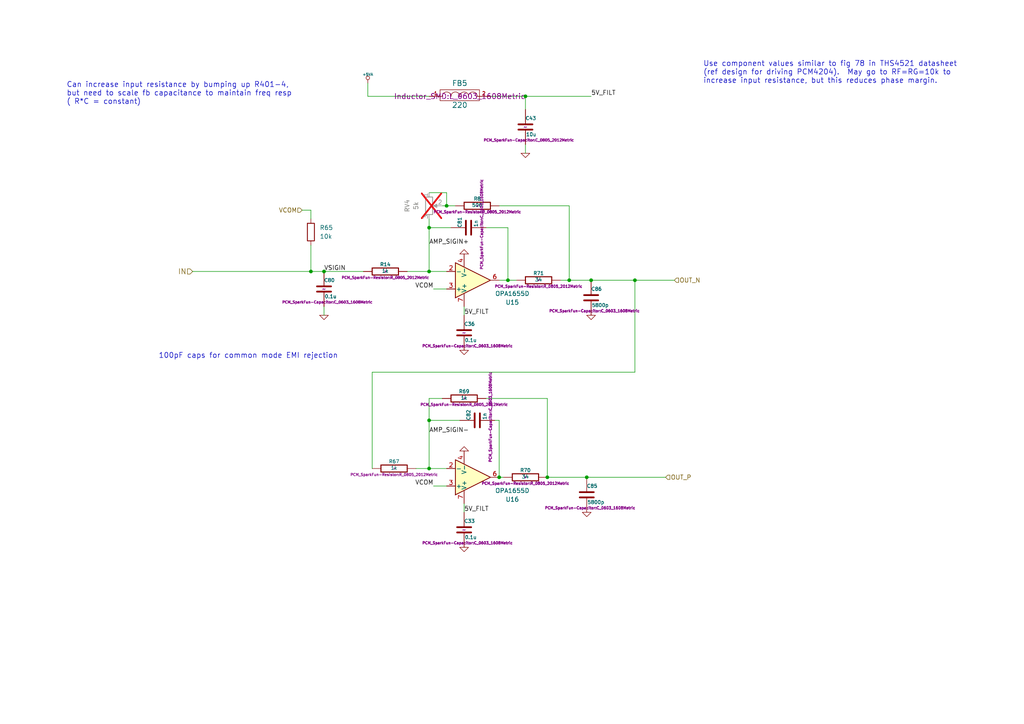
<source format=kicad_sch>
(kicad_sch (version 20250114) (generator "eeschema") (generator_version "9.0")
  (paper "A4")
  (title_block (title "24 bit audio board for Teensy 3.x") (date "10 may 2015") (rev "0.1a") (company "RF William Hollender"))
  (lib_symbols
    (symbol "+5VA_1" (power) (pin_numbers (hide yes)) (pin_names (offset 0))
      (property "Value" "+5VA" (at 0 2.54 0))
      (symbol "+5VA_1_0_0"
        (pin power_in line (at 0 0 90) (length 0) (hide yes) (name "+5VA") (number "1"))
      )
      (symbol "+5VA_1_0_1"
        (circle (center 0 1.524) (radius 0.508))
        (polyline (pts (xy 0 0) (xy 0 1.016) (xy 0 1.016)))
      )
    )
    (symbol "+5VA_2" (power) (pin_numbers (hide yes)) (pin_names (offset 0))
      (property "Value" "+5VA" (at 0 2.54 0))
      (symbol "+5VA_2_0_0"
        (pin power_in line (at 0 0 90) (length 0) (hide yes) (name "+5VA") (number "1"))
      )
      (symbol "+5VA_2_0_1"
        (circle (center 0 1.524) (radius 0.508))
        (polyline (pts (xy 0 0) (xy 0 1.016) (xy 0 1.016)))
      )
    )
    (symbol "Amplifier_Operational:OPA1655D" (pin_names (offset 0.127))
      (property "Reference" "U" (at 0 6.35 0))
      (property "Value" "OPA1655D" (at 0 3.81 0))
      (symbol "OPA1655D_0_1"
        (polyline (pts (xy -5.08 5.08) (xy 5.08 0) (xy -5.08 -5.08) (xy -5.08 5.08)) (stroke (width 0.254)) (fill (type background)))
      )
      (symbol "OPA1655D_1_1"
        (pin input line (at -7.62 2.54 0) (length 2.54) (name "+") (number "3"))
        (pin input line (at -7.62 -2.54 0) (length 2.54) (name "-") (number "2"))
        (pin power_in line (at -2.54 7.62 270) (length 3.81) (name "V+") (number "7"))
        (pin no_connect line (at -2.54 2.54 270) (length 2.54) (hide yes) (name "NC") (number "1"))
        (pin power_in line (at -2.54 -7.62 90) (length 3.81) (name "V-") (number "4"))
        (pin no_connect line (at 0 2.54 270) (length 2.54) (hide yes) (name "NC") (number "5"))
        (pin no_connect line (at 0 -2.54 90) (length 2.54) (hide yes) (name "NC") (number "8"))
        (pin output line (at 7.62 0 180) (length 2.54) (name "~") (number "6"))
      )
    )
    (symbol "C_1" (pin_numbers (hide yes)) (pin_names (offset 0.254))
      (property "Reference" "C" (at 0 2.54 0))
      (property "Value" "C" (at 0.1524 -2.159 0))
      (symbol "C_1_0_1"
        (polyline (pts (xy -2.032 0.762) (xy 2.032 0.762)) (stroke (width 0.508)))
        (polyline (pts (xy -2.032 -0.762) (xy 2.032 -0.762)) (stroke (width 0.508)))
      )
      (symbol "C_1_1_1"
        (pin passive line (at 0 5.08 270) (length 4.318) (name "~") (number "1"))
        (pin passive line (at 0 -5.08 90) (length 4.318) (name "~") (number "2"))
      )
    )
    (symbol "C_10" (pin_numbers (hide yes)) (pin_names (offset 0.254))
      (property "Reference" "C" (at 0 2.54 0))
      (property "Value" "C" (at 0.1524 -2.159 0))
      (symbol "C_10_0_1"
        (polyline (pts (xy -2.032 0.762) (xy 2.032 0.762)) (stroke (width 0.508)))
        (polyline (pts (xy -2.032 -0.762) (xy 2.032 -0.762)) (stroke (width 0.508)))
      )
      (symbol "C_10_1_1"
        (pin passive line (at 0 5.08 270) (length 4.318) (name "~") (number "1"))
        (pin passive line (at 0 -5.08 90) (length 4.318) (name "~") (number "2"))
      )
    )
    (symbol "C_11" (pin_numbers (hide yes)) (pin_names (offset 0.254))
      (property "Reference" "C" (at 0 2.54 0))
      (property "Value" "C" (at 0.1524 -2.159 0))
      (symbol "C_11_0_1"
        (polyline (pts (xy -2.032 0.762) (xy 2.032 0.762)) (stroke (width 0.508)))
        (polyline (pts (xy -2.032 -0.762) (xy 2.032 -0.762)) (stroke (width 0.508)))
      )
      (symbol "C_11_1_1"
        (pin passive line (at 0 5.08 270) (length 4.318) (name "~") (number "1"))
        (pin passive line (at 0 -5.08 90) (length 4.318) (name "~") (number "2"))
      )
    )
    (symbol "C_15" (pin_numbers (hide yes)) (pin_names (offset 0.254))
      (property "Reference" "C" (at 0 2.54 0))
      (property "Value" "C" (at 0.1524 -2.159 0))
      (symbol "C_15_0_1"
        (polyline (pts (xy -2.032 0.762) (xy 2.032 0.762)) (stroke (width 0.508)))
        (polyline (pts (xy -2.032 -0.762) (xy 2.032 -0.762)) (stroke (width 0.508)))
      )
      (symbol "C_15_1_1"
        (pin passive line (at 0 5.08 270) (length 4.318) (name "~") (number "1"))
        (pin passive line (at 0 -5.08 90) (length 4.318) (name "~") (number "2"))
      )
    )
    (symbol "C_16" (pin_numbers (hide yes)) (pin_names (offset 0.254))
      (property "Reference" "C" (at 0 2.54 0))
      (property "Value" "C" (at 0.1524 -2.159 0))
      (symbol "C_16_0_1"
        (polyline (pts (xy -2.032 0.762) (xy 2.032 0.762)) (stroke (width 0.508)))
        (polyline (pts (xy -2.032 -0.762) (xy 2.032 -0.762)) (stroke (width 0.508)))
      )
      (symbol "C_16_1_1"
        (pin passive line (at 0 5.08 270) (length 4.318) (name "~") (number "1"))
        (pin passive line (at 0 -5.08 90) (length 4.318) (name "~") (number "2"))
      )
    )
    (symbol "C_17" (pin_numbers (hide yes)) (pin_names (offset 0.254))
      (property "Reference" "C" (at 0 2.54 0))
      (property "Value" "C" (at 0.1524 -2.159 0))
      (symbol "C_17_0_1"
        (polyline (pts (xy -2.032 0.762) (xy 2.032 0.762)) (stroke (width 0.508)))
        (polyline (pts (xy -2.032 -0.762) (xy 2.032 -0.762)) (stroke (width 0.508)))
      )
      (symbol "C_17_1_1"
        (pin passive line (at 0 5.08 270) (length 4.318) (name "~") (number "1"))
        (pin passive line (at 0 -5.08 90) (length 4.318) (name "~") (number "2"))
      )
    )
    (symbol "C_18" (pin_numbers (hide yes)) (pin_names (offset 0.254))
      (property "Reference" "C" (at 0 2.54 0))
      (property "Value" "C" (at 0.1524 -2.159 0))
      (symbol "C_18_0_1"
        (polyline (pts (xy -2.032 0.762) (xy 2.032 0.762)) (stroke (width 0.508)))
        (polyline (pts (xy -2.032 -0.762) (xy 2.032 -0.762)) (stroke (width 0.508)))
      )
      (symbol "C_18_1_1"
        (pin passive line (at 0 5.08 270) (length 4.318) (name "~") (number "1"))
        (pin passive line (at 0 -5.08 90) (length 4.318) (name "~") (number "2"))
      )
    )
    (symbol "C_2" (pin_numbers (hide yes)) (pin_names (offset 0.254))
      (property "Reference" "C" (at 0 2.54 0))
      (property "Value" "C" (at 0.1524 -2.159 0))
      (symbol "C_2_0_1"
        (polyline (pts (xy -2.032 0.762) (xy 2.032 0.762)) (stroke (width 0.508)))
        (polyline (pts (xy -2.032 -0.762) (xy 2.032 -0.762)) (stroke (width 0.508)))
      )
      (symbol "C_2_1_1"
        (pin passive line (at 0 5.08 270) (length 4.318) (name "~") (number "1"))
        (pin passive line (at 0 -5.08 90) (length 4.318) (name "~") (number "2"))
      )
    )
    (symbol "C_3" (pin_numbers (hide yes)) (pin_names (offset 0.254))
      (property "Reference" "C" (at 0 2.54 0))
      (property "Value" "C" (at 0.1524 -2.159 0))
      (symbol "C_3_0_1"
        (polyline (pts (xy -2.032 0.762) (xy 2.032 0.762)) (stroke (width 0.508)))
        (polyline (pts (xy -2.032 -0.762) (xy 2.032 -0.762)) (stroke (width 0.508)))
      )
      (symbol "C_3_1_1"
        (pin passive line (at 0 5.08 270) (length 4.318) (name "~") (number "1"))
        (pin passive line (at 0 -5.08 90) (length 4.318) (name "~") (number "2"))
      )
    )
    (symbol "C_4" (pin_numbers (hide yes)) (pin_names (offset 0.254))
      (property "Reference" "C" (at 0 2.54 0))
      (property "Value" "C" (at 0.1524 -2.159 0))
      (symbol "C_4_0_1"
        (polyline (pts (xy -2.032 0.762) (xy 2.032 0.762)) (stroke (width 0.508)))
        (polyline (pts (xy -2.032 -0.762) (xy 2.032 -0.762)) (stroke (width 0.508)))
      )
      (symbol "C_4_1_1"
        (pin passive line (at 0 5.08 270) (length 4.318) (name "~") (number "1"))
        (pin passive line (at 0 -5.08 90) (length 4.318) (name "~") (number "2"))
      )
    )
    (symbol "C_5" (pin_numbers (hide yes)) (pin_names (offset 0.254))
      (property "Reference" "C" (at 0 2.54 0))
      (property "Value" "C" (at 0.1524 -2.159 0))
      (symbol "C_5_0_1"
        (polyline (pts (xy -2.032 0.762) (xy 2.032 0.762)) (stroke (width 0.508)))
        (polyline (pts (xy -2.032 -0.762) (xy 2.032 -0.762)) (stroke (width 0.508)))
      )
      (symbol "C_5_1_1"
        (pin passive line (at 0 5.08 270) (length 4.318) (name "~") (number "1"))
        (pin passive line (at 0 -5.08 90) (length 4.318) (name "~") (number "2"))
      )
    )
    (symbol "C_6" (pin_numbers (hide yes)) (pin_names (offset 0.254))
      (property "Reference" "C" (at 0 2.54 0))
      (property "Value" "C" (at 0.1524 -2.159 0))
      (symbol "C_6_0_1"
        (polyline (pts (xy -2.032 0.762) (xy 2.032 0.762)) (stroke (width 0.508)))
        (polyline (pts (xy -2.032 -0.762) (xy 2.032 -0.762)) (stroke (width 0.508)))
      )
      (symbol "C_6_1_1"
        (pin passive line (at 0 5.08 270) (length 4.318) (name "~") (number "1"))
        (pin passive line (at 0 -5.08 90) (length 4.318) (name "~") (number "2"))
      )
    )
    (symbol "C_7" (pin_numbers (hide yes)) (pin_names (offset 0.254))
      (property "Reference" "C" (at 0 2.54 0))
      (property "Value" "C" (at 0.1524 -2.159 0))
      (symbol "C_7_0_1"
        (polyline (pts (xy -2.032 0.762) (xy 2.032 0.762)) (stroke (width 0.508)))
        (polyline (pts (xy -2.032 -0.762) (xy 2.032 -0.762)) (stroke (width 0.508)))
      )
      (symbol "C_7_1_1"
        (pin passive line (at 0 5.08 270) (length 4.318) (name "~") (number "1"))
        (pin passive line (at 0 -5.08 90) (length 4.318) (name "~") (number "2"))
      )
    )
    (symbol "C_8" (pin_numbers (hide yes)) (pin_names (offset 0.254))
      (property "Reference" "C" (at 0 2.54 0))
      (property "Value" "C" (at 0.1524 -2.159 0))
      (symbol "C_8_0_1"
        (polyline (pts (xy -2.032 0.762) (xy 2.032 0.762)) (stroke (width 0.508)))
        (polyline (pts (xy -2.032 -0.762) (xy 2.032 -0.762)) (stroke (width 0.508)))
      )
      (symbol "C_8_1_1"
        (pin passive line (at 0 5.08 270) (length 4.318) (name "~") (number "1"))
        (pin passive line (at 0 -5.08 90) (length 4.318) (name "~") (number "2"))
      )
    )
    (symbol "C_9" (pin_numbers (hide yes)) (pin_names (offset 0.254))
      (property "Reference" "C" (at 0 2.54 0))
      (property "Value" "C" (at 0.1524 -2.159 0))
      (symbol "C_9_0_1"
        (polyline (pts (xy -2.032 0.762) (xy 2.032 0.762)) (stroke (width 0.508)))
        (polyline (pts (xy -2.032 -0.762) (xy 2.032 -0.762)) (stroke (width 0.508)))
      )
      (symbol "C_9_1_1"
        (pin passive line (at 0 5.08 270) (length 4.318) (name "~") (number "1"))
        (pin passive line (at 0 -5.08 90) (length 4.318) (name "~") (number "2"))
      )
    )
    (symbol "Device:R" (pin_numbers (hide yes)) (pin_names (offset 0))
      (property "Reference" "R" (at 2.032 0 90))
      (property "Value" "R" (at 0 0 90))
      (symbol "R_0_1"
        (rectangle (start -1.016 -2.54) (end 1.016 2.54) (stroke (width 0.254)))
      )
      (symbol "R_1_1"
        (pin passive line (at 0 3.81 270) (length 1.27) (name "~") (number "1"))
        (pin passive line (at 0 -3.81 90) (length 1.27) (name "~") (number "2"))
      )
    )
    (symbol "Device:R_Potentiometer" (pin_names (offset 1.016) (hide yes))
      (property "Reference" "RV" (at -4.445 0 90))
      (property "Value" "R_Potentiometer" (at -2.54 0 90))
      (symbol "R_Potentiometer_0_1"
        (rectangle (start 1.016 2.54) (end -1.016 -2.54) (stroke (width 0.254)))
        (polyline (pts (xy 1.143 0) (xy 2.286 0.508) (xy 2.286 -0.508) (xy 1.143 0)) (fill (type outline)))
        (polyline (pts (xy 2.54 0) (xy 1.524 0)))
      )
      (symbol "R_Potentiometer_1_1"
        (pin passive line (at 0 3.81 270) (length 1.27) (name "1") (number "1"))
        (pin passive line (at 0 -3.81 90) (length 1.27) (name "3") (number "3"))
        (pin passive line (at 3.81 0 180) (length 1.27) (name "2") (number "2"))
      )
    )
    (symbol "FILTER_1" (pin_names (offset 1.016) (hide yes))
      (property "Reference" "FB" (at 0 3.81 0))
      (property "Value" "FILTER" (at 0 -2.54 0))
      (symbol "FILTER_1_0_1"
        (rectangle (start -5.715 1.905) (end 5.715 -1.27))
        (arc (start -5.08 0) (mid -3.81 1.27) (end -2.54 0))
        (arc (start -2.54 0) (mid -1.27 1.27) (end 0 0))
        (arc (start 0 0) (mid 0 0) (end 0 0))
        (arc (start 0 0) (mid 1.27 1.27) (end 2.54 0))
        (arc (start 2.54 0) (mid 3.81 1.27) (end 5.08 0))
      )
      (symbol "FILTER_1_1_1"
        (pin passive line (at -8.89 0 0) (length 3.81) (name "1") (number "1"))
        (pin passive line (at 8.89 0 180) (length 3.81) (name "2") (number "2"))
      )
    )
    (symbol "FILTER_2" (pin_names (offset 1.016) (hide yes))
      (property "Reference" "FB" (at 0 3.81 0))
      (property "Value" "FILTER" (at 0 -2.54 0))
      (symbol "FILTER_2_0_1"
        (rectangle (start -5.715 1.905) (end 5.715 -1.27))
        (arc (start -5.08 0) (mid -3.81 1.27) (end -2.54 0))
        (arc (start -2.54 0) (mid -1.27 1.27) (end 0 0))
        (arc (start 0 0) (mid 0 0) (end 0 0))
        (arc (start 0 0) (mid 1.27 1.27) (end 2.54 0))
        (arc (start 2.54 0) (mid 3.81 1.27) (end 5.08 0))
      )
      (symbol "FILTER_2_1_1"
        (pin passive line (at -8.89 0 0) (length 3.81) (name "1") (number "1"))
        (pin passive line (at 8.89 0 180) (length 3.81) (name "2") (number "2"))
      )
    )
    (symbol "GND_1" (power) (pin_names (offset 0))
      (symbol "GND_1_0_1"
        (polyline (pts (xy -1.27 0) (xy 0 -1.27) (xy 1.27 0) (xy -1.27 0)))
      )
      (symbol "GND_1_1_1"
        (pin power_in line (at 0 0 90) (length 0) (hide yes) (name "GND") (number "1"))
      )
    )
    (symbol "GND_10" (power) (pin_names (offset 0))
      (symbol "GND_10_0_1"
        (polyline (pts (xy -1.27 0) (xy 0 -1.27) (xy 1.27 0) (xy -1.27 0)))
      )
      (symbol "GND_10_1_1"
        (pin power_in line (at 0 0 90) (length 0) (hide yes) (name "GND") (number "1"))
      )
    )
    (symbol "GND_13" (power) (pin_names (offset 0))
      (symbol "GND_13_0_1"
        (polyline (pts (xy -1.27 0) (xy 0 -1.27) (xy 1.27 0) (xy -1.27 0)))
      )
      (symbol "GND_13_1_1"
        (pin power_in line (at 0 0 90) (length 0) (hide yes) (name "GND") (number "1"))
      )
    )
    (symbol "GND_14" (power) (pin_names (offset 0))
      (symbol "GND_14_0_1"
        (polyline (pts (xy -1.27 0) (xy 0 -1.27) (xy 1.27 0) (xy -1.27 0)))
      )
      (symbol "GND_14_1_1"
        (pin power_in line (at 0 0 90) (length 0) (hide yes) (name "GND") (number "1"))
      )
    )
    (symbol "GND_2" (power) (pin_names (offset 0))
      (symbol "GND_2_0_1"
        (polyline (pts (xy -1.27 0) (xy 0 -1.27) (xy 1.27 0) (xy -1.27 0)))
      )
      (symbol "GND_2_1_1"
        (pin power_in line (at 0 0 90) (length 0) (hide yes) (name "GND") (number "1"))
      )
    )
    (symbol "GND_3" (power) (pin_names (offset 0))
      (symbol "GND_3_0_1"
        (polyline (pts (xy -1.27 0) (xy 0 -1.27) (xy 1.27 0) (xy -1.27 0)))
      )
      (symbol "GND_3_1_1"
        (pin power_in line (at 0 0 90) (length 0) (hide yes) (name "GND") (number "1"))
      )
    )
    (symbol "GND_4" (power) (pin_names (offset 0))
      (symbol "GND_4_0_1"
        (polyline (pts (xy -1.27 0) (xy 0 -1.27) (xy 1.27 0) (xy -1.27 0)))
      )
      (symbol "GND_4_1_1"
        (pin power_in line (at 0 0 90) (length 0) (hide yes) (name "GND") (number "1"))
      )
    )
    (symbol "GND_5" (power) (pin_names (offset 0))
      (symbol "GND_5_0_1"
        (polyline (pts (xy -1.27 0) (xy 0 -1.27) (xy 1.27 0) (xy -1.27 0)))
      )
      (symbol "GND_5_1_1"
        (pin power_in line (at 0 0 90) (length 0) (hide yes) (name "GND") (number "1"))
      )
    )
    (symbol "GND_6" (power) (pin_names (offset 0))
      (symbol "GND_6_0_1"
        (polyline (pts (xy -1.27 0) (xy 0 -1.27) (xy 1.27 0) (xy -1.27 0)))
      )
      (symbol "GND_6_1_1"
        (pin power_in line (at 0 0 90) (length 0) (hide yes) (name "GND") (number "1"))
      )
    )
    (symbol "GND_7" (power) (pin_names (offset 0))
      (symbol "GND_7_0_1"
        (polyline (pts (xy -1.27 0) (xy 0 -1.27) (xy 1.27 0) (xy -1.27 0)))
      )
      (symbol "GND_7_1_1"
        (pin power_in line (at 0 0 90) (length 0) (hide yes) (name "GND") (number "1"))
      )
    )
    (symbol "R_1" (pin_numbers (hide yes)) (pin_names (offset 0))
      (property "Reference" "R" (at 2.032 0 90))
      (property "Value" "R" (at 0.1778 0.0254 90))
      (symbol "R_1_0_1"
        (rectangle (start -1.016 3.81) (end 1.016 -3.81) (stroke (width 0.3048)))
      )
      (symbol "R_1_1_1"
        (pin passive line (at 0 6.35 270) (length 2.54) (name "~") (number "1"))
        (pin passive line (at 0 -6.35 90) (length 2.54) (name "~") (number "2"))
      )
    )
    (symbol "R_11" (pin_numbers (hide yes)) (pin_names (offset 0))
      (property "Reference" "R" (at 2.032 0 90))
      (property "Value" "R" (at 0.1778 0.0254 90))
      (symbol "R_11_0_1"
        (rectangle (start -1.016 3.81) (end 1.016 -3.81) (stroke (width 0.3048)))
      )
      (symbol "R_11_1_1"
        (pin passive line (at 0 6.35 270) (length 2.54) (name "~") (number "1"))
        (pin passive line (at 0 -6.35 90) (length 2.54) (name "~") (number "2"))
      )
    )
    (symbol "R_2" (pin_numbers (hide yes)) (pin_names (offset 0))
      (property "Reference" "R" (at 2.032 0 90))
      (property "Value" "R" (at 0.1778 0.0254 90))
      (symbol "R_2_0_1"
        (rectangle (start -1.016 3.81) (end 1.016 -3.81) (stroke (width 0.3048)))
      )
      (symbol "R_2_1_1"
        (pin passive line (at 0 6.35 270) (length 2.54) (name "~") (number "1"))
        (pin passive line (at 0 -6.35 90) (length 2.54) (name "~") (number "2"))
      )
    )
    (symbol "R_3" (pin_numbers (hide yes)) (pin_names (offset 0))
      (property "Reference" "R" (at 2.032 0 90))
      (property "Value" "R" (at 0.1778 0.0254 90))
      (symbol "R_3_0_1"
        (rectangle (start -1.016 3.81) (end 1.016 -3.81) (stroke (width 0.3048)))
      )
      (symbol "R_3_1_1"
        (pin passive line (at 0 6.35 270) (length 2.54) (name "~") (number "1"))
        (pin passive line (at 0 -6.35 90) (length 2.54) (name "~") (number "2"))
      )
    )
    (symbol "R_4" (pin_numbers (hide yes)) (pin_names (offset 0))
      (property "Reference" "R" (at 2.032 0 90))
      (property "Value" "R" (at 0.1778 0.0254 90))
      (symbol "R_4_0_1"
        (rectangle (start -1.016 3.81) (end 1.016 -3.81) (stroke (width 0.3048)))
      )
      (symbol "R_4_1_1"
        (pin passive line (at 0 6.35 270) (length 2.54) (name "~") (number "1"))
        (pin passive line (at 0 -6.35 90) (length 2.54) (name "~") (number "2"))
      )
    )
    (symbol "R_5" (pin_numbers (hide yes)) (pin_names (offset 0))
      (property "Reference" "R" (at 2.032 0 90))
      (property "Value" "R" (at 0.1778 0.0254 90))
      (symbol "R_5_0_1"
        (rectangle (start -1.016 3.81) (end 1.016 -3.81) (stroke (width 0.3048)))
      )
      (symbol "R_5_1_1"
        (pin passive line (at 0 6.35 270) (length 2.54) (name "~") (number "1"))
        (pin passive line (at 0 -6.35 90) (length 2.54) (name "~") (number "2"))
      )
    )
    (symbol "R_6" (pin_numbers (hide yes)) (pin_names (offset 0))
      (property "Reference" "R" (at 2.032 0 90))
      (property "Value" "R" (at 0.1778 0.0254 90))
      (symbol "R_6_0_1"
        (rectangle (start -1.016 3.81) (end 1.016 -3.81) (stroke (width 0.3048)))
      )
      (symbol "R_6_1_1"
        (pin passive line (at 0 6.35 270) (length 2.54) (name "~") (number "1"))
        (pin passive line (at 0 -6.35 90) (length 2.54) (name "~") (number "2"))
      )
    )
    (symbol "R_9" (pin_numbers (hide yes)) (pin_names (offset 0))
      (property "Reference" "R" (at 2.032 0 90))
      (property "Value" "R" (at 0.1778 0.0254 90))
      (symbol "R_9_0_1"
        (rectangle (start -1.016 3.81) (end 1.016 -3.81) (stroke (width 0.3048)))
      )
      (symbol "R_9_1_1"
        (pin passive line (at 0 6.35 270) (length 2.54) (name "~") (number "1"))
        (pin passive line (at 0 -6.35 90) (length 2.54) (name "~") (number "2"))
      )
    )
    (symbol "THS4521_1" (pin_names (offset 1.016))
      (property "Reference" "U" (at 6.35 10.16 0))
      (property "Value" "THS4521" (at 7.62 -8.89 0))
      (symbol "THS4521_1_0_1"
        (polyline (pts (xy -10.16 12.7) (xy -10.16 -12.7) (xy 19.05 0) (xy -10.16 12.7)))
      )
      (symbol "THS4521_1_1_1"
        (pin input line (at -17.78 5.08 0) (length 7.62) (name "INP") (number "8"))
        (pin input line (at -17.78 -5.08 0) (length 7.62) (name "INN") (number "1"))
        (pin power_in line (at -3.81 17.78 270) (length 7.62) (name "VCC") (number "3"))
        (pin power_in line (at -3.81 -17.78 90) (length 7.62) (name "VSS") (number "6"))
        (pin input line (at 0 16.51 270) (length 7.62) (name "~{PD}") (number "7"))
        (pin input line (at 0 -16.51 90) (length 7.62) (name "VOCM") (number "2"))
        (pin output inverted (at 16.51 5.08 180) (length 7.62) (name "OUTN") (number "5"))
        (pin output line (at 16.51 -5.08 180) (length 7.62) (name "OUTP") (number "4"))
      )
    )
  )
  (text "Use component values similar to fig 78 in THS4521 datasheet\n(ref design for driving PCM4204).  May go to RF=RG=10k to \nincrease input resistance, but this reduces phase margin." (at 203.962 24.384 0) (effects (font (size 1.524 1.524)) (justify left bottom)))
  (text "100pF caps for common mode EMI rejection" (at 45.974 104.14 0) (effects (font (size 1.524 1.524)) (justify left bottom)))
  (text "Can increase input resistance by bumping up R401-4,\nbut need to scale fb capacitance to maintain freq resp\n( R*C = constant)" (at 19.304 30.48 0) (effects (font (size 1.524 1.524)) (justify left bottom)))
  (junction (at 170.18 138.43))
  (junction (at 124.46 121.92))
  (junction (at 184.15 81.28))
  (junction (at 147.32 81.28))
  (junction (at 158.75 138.43))
  (junction (at 165.1 81.28))
  (junction (at 124.46 66.04))
  (junction (at 124.46 135.89))
  (junction (at 90.17 78.74))
  (junction (at 171.45 81.28))
  (junction (at 93.98 78.74))
  (junction (at 152.4 27.94))
  (junction (at 124.46 78.74))
  (junction (at 129.54 59.69))
  (junction (at 144.78 138.43))
  (wire (pts (xy 124.46 78.74) (xy 129.54 78.74)))
  (wire (pts (xy 142.24 27.94) (xy 152.4 27.94)))
  (wire (pts (xy 124.46 55.88) (xy 129.54 55.88)))
  (wire (pts (xy 90.17 71.12) (xy 90.17 78.74)))
  (wire (pts (xy 134.62 148.59) (xy 134.62 146.05)))
  (wire (pts (xy 171.45 81.28) (xy 184.15 81.28)))
  (wire (pts (xy 129.54 59.69) (xy 132.08 59.69)))
  (wire (pts (xy 158.75 115.57) (xy 158.75 138.43)))
  (wire (pts (xy 144.78 59.69) (xy 165.1 59.69)))
  (wire (pts (xy 90.17 60.96) (xy 90.17 63.5)))
  (wire (pts (xy 90.17 78.74) (xy 93.98 78.74)))
  (wire (pts (xy 128.27 59.69) (xy 129.54 59.69)))
  (wire (pts (xy 140.97 66.04) (xy 147.32 66.04)))
  (wire (pts (xy 152.4 27.94) (xy 171.45 27.94)))
  (wire (pts (xy 170.18 138.43) (xy 193.04 138.43)))
  (wire (pts (xy 140.97 115.57) (xy 158.75 115.57)))
  (wire (pts (xy 124.46 63.5) (xy 124.46 66.04)))
  (wire (pts (xy 152.4 41.91) (xy 152.4 44.45)))
  (wire (pts (xy 152.4 31.75) (xy 152.4 27.94)))
  (wire (pts (xy 125.73 83.82) (xy 129.54 83.82)))
  (wire (pts (xy 147.32 81.28) (xy 149.86 81.28)))
  (wire (pts (xy 120.65 135.89) (xy 124.46 135.89)))
  (wire (pts (xy 144.78 138.43) (xy 146.05 138.43)))
  (wire (pts (xy 162.56 81.28) (xy 165.1 81.28)))
  (wire (pts (xy 125.73 140.97) (xy 129.54 140.97)))
  (wire (pts (xy 129.54 55.88) (xy 129.54 59.69)))
  (wire (pts (xy 106.68 27.94) (xy 124.46 27.94)))
  (wire (pts (xy 165.1 81.28) (xy 171.45 81.28)))
  (wire (pts (xy 124.46 121.92) (xy 124.46 135.89)))
  (wire (pts (xy 93.98 88.9) (xy 93.98 91.44)))
  (wire (pts (xy 184.15 81.28) (xy 195.58 81.28)))
  (wire (pts (xy 147.32 66.04) (xy 147.32 81.28)))
  (wire (pts (xy 130.81 66.04) (xy 124.46 66.04)))
  (wire (pts (xy 158.75 138.43) (xy 170.18 138.43)))
  (wire (pts (xy 106.68 24.13) (xy 106.68 27.94)))
  (wire (pts (xy 107.95 135.89) (xy 107.95 107.95)))
  (wire (pts (xy 107.95 107.95) (xy 184.15 107.95)))
  (wire (pts (xy 124.46 115.57) (xy 128.27 115.57)))
  (wire (pts (xy 165.1 59.69) (xy 165.1 81.28)))
  (wire (pts (xy 118.11 78.74) (xy 124.46 78.74)))
  (wire (pts (xy 124.46 115.57) (xy 124.46 121.92)))
  (wire (pts (xy 55.88 78.74) (xy 90.17 78.74)))
  (wire (pts (xy 144.78 121.92) (xy 144.78 138.43)))
  (wire (pts (xy 93.98 78.74) (xy 105.41 78.74)))
  (wire (pts (xy 134.62 91.44) (xy 134.62 88.9)))
  (wire (pts (xy 124.46 66.04) (xy 124.46 78.74)))
  (wire (pts (xy 144.78 81.28) (xy 147.32 81.28)))
  (wire (pts (xy 87.63 60.96) (xy 90.17 60.96)))
  (wire (pts (xy 184.15 107.95) (xy 184.15 81.28)))
  (wire (pts (xy 143.51 121.92) (xy 144.78 121.92)))
  (wire (pts (xy 124.46 121.92) (xy 133.35 121.92)))
  (wire (pts (xy 124.46 135.89) (xy 129.54 135.89)))
  (label "AMP_SIGIN-" (at 124.46 125.73 0))
  (label "5V_FILT" (at 134.62 91.44 0))
  (label "5V_FILT" (at 171.45 27.94 0))
  (label "AMP_SIGIN+" (at 124.46 71.12 0))
  (label "VCOM" (at 125.73 140.97 180))
  (label "VSIGIN" (at 93.98 78.74 0))
  (label "VCOM" (at 125.73 83.82 180))
  (label "5V_FILT" (at 134.62 148.59 0))
  (hierarchical_label "VCOM" (shape input) (at 87.63 60.96 180))
  (hierarchical_label "IN" (shape input) (at 55.88 78.74 180) (effects (font (size 1.524 1.524))))
  (hierarchical_label "OUT_N" (shape input) (at 195.58 81.28 0))
  (hierarchical_label "OUT_P" (shape input) (at 193.04 138.43 0))
  (symbol (lib_name "+5VA_2") (lib_id "SuperAudioBoard-rescue:+5VA") (at 106.68 24.13 0) (unit 1)
    (property "Reference" "#PWR041" (effects (hide yes)))
    (property "Value" "+5VA" (at 106.68 21.59 0) (effects (font (size 0.762 0.762))))
    (instances (project "" (path "" (reference "#PWR041") (unit 1)) (path "" (reference "#PWR053") (unit 1))))
  )
  (symbol (lib_name "GND_14") (lib_id "SuperAudioBoard-rescue:GND") (at 152.4 44.45 0) (unit 1)
    (property "Reference" "#PWR048" (effects (hide yes)))
    (property "Value" "GND" (effects (hide yes)))
    (instances (project "" (path "" (reference "#PWR048") (unit 1)) (path "" (reference "#PWR060") (unit 1))))
  )
  (symbol (lib_name "FILTER_2") (lib_id "SuperAudioBoard-rescue:FILTER") (at 133.35 27.94 0) (unit 1)
    (property "Reference" "FB5" (at 133.35 24.13 0) (effects (font (size 1.524 1.524))))
    (property "Value" "220" (at 133.35 30.48 0) (effects (font (size 1.524 1.524))))
    (property "Footprint" "Inductor_SMD:L_0603_1608Metric" (at 133.35 27.94 0) (effects (font (size 1.524 1.524))))
    (property "Datasheet" "~" (at 133.35 27.94 0) (effects (font (size 1.524 1.524))))
    (property "MFG 1 Name" "Murata" (effects (hide yes)))
    (property "MFG1 PN" "BLM18AG221SN1" (effects (hide yes)))
    (property "MFG 2 Name" "TDK" (effects (hide yes)))
    (property "MFG 2 PN" "MMZ1608B221CTAH0" (effects (hide yes)))
    (property "Sim.Device" "L" (effects (hide yes)))
    (property "Sim.Pins" "1=+ 2=-" (effects (hide yes)))
    (property "Sim.Params" "l=0.360u" (effects (hide yes)))
    (property "MPN" "MMZ1608B221CTAH0 " (effects (hide yes)))
    (instances (project "" (path "" (reference "FB5") (unit 1)) (path "" (reference "FB6") (unit 1))))
  )
  (symbol (lib_name "C_17") (lib_id "SuperAudioBoard-rescue:C") (at 152.4 36.83 0) (unit 1)
    (property "Reference" "C43" (at 152.4 34.29 0) (effects (font (size 1.016 1.016)) (justify left)))
    (property "Value" "10u" (at 152.5524 38.989 0) (effects (font (size 1.016 1.016)) (justify left)))
    (property "Footprint" "PCM_SparkFun-Capacitor:C_0805_2012Metric" (at 153.3652 40.64 0) (effects (font (size 0.762 0.762))))
    (property "Datasheet" "~" (at 152.4 36.83 0) (effects (font (size 1.524 1.524))))
    (property "MFG 1 Name" "Murata" (effects (hide yes)))
    (property "MFG1 PN" "GRM32DR71E106KA12" (effects (hide yes)))
    (property "MFG 2 Name" "TDK" (effects (hide yes)))
    (property "MFG 2 PN" "C3225X7R1E106K250AC" (effects (hide yes)))
    (property "MPN" "CL21A106KAYNNNG" (effects (hide yes)))
    (property "Voltage" "25V" (effects (hide yes)))
    (instances (project "" (path "" (reference "C43") (unit 1)) (path "" (reference "C52") (unit 1))))
  )
  (symbol (lib_id "Device:R") (at 90.17 67.31 0) (unit 1)
    (property "Reference" "R65" (at 92.71 66.0399 0) (effects (justify left)))
    (property "Value" "10k" (at 92.71 68.5799 0) (effects (justify left)))
    (property "Footprint" "PCM_SparkFun-Resistor:R_0805_2012Metric" (effects (hide yes)))
    (property "Description" "Resistor" (effects (hide yes)))
    (property "MPN" "CRCW080510K0FKEA" (effects (hide yes)))
    (instances (project "SuperAudioBoard" (path "" (reference "R65") (unit 1)) (path "" (reference "R74") (unit 1))))
  )
  (symbol (lib_name "R_9") (lib_id "SuperAudioBoard-rescue:R") (at 114.3 135.89 90) (unit 1)
    (property "Reference" "R67" (at 114.3 133.858 90) (effects (font (size 1.016 1.016))))
    (property "Value" "1k" (at 114.2746 135.7122 90) (effects (font (size 1.016 1.016))))
    (property "Footprint" "PCM_SparkFun-Resistor:R_0805_2012Metric" (at 114.3 137.668 90) (effects (font (size 0.762 0.762))))
    (property "Datasheet" "~" (at 114.3 135.89 0) (effects (font (size 0.762 0.762))))
    (property "MFG 1 Name" "Susumu" (effects (hide yes)))
    (property "MFG1 PN" "RG2012P-102-B-T5" (effects (hide yes)))
    (property "MFG 2 Name" "Vishay Dale" (effects (hide yes)))
    (property "MFG 2 PN" "TNPW08051K00BEEA" (effects (hide yes)))
    (property "MPN" "ERA-6AEB102V" (effects (hide yes)))
    (instances (project "SuperAudioBoard" (path "" (reference "R67") (unit 1)) (path "" (reference "R76") (unit 1))))
  )
  (symbol (lib_name "C_16") (lib_id "SuperAudioBoard-rescue:C") (at 134.62 96.52 0) (unit 1)
    (property "Reference" "C36" (at 134.62 93.98 0) (effects (font (size 1.016 1.016)) (justify left)))
    (property "Value" "0.1u" (at 134.7724 98.679 0) (effects (font (size 1.016 1.016)) (justify left)))
    (property "Footprint" "PCM_SparkFun-Capacitor:C_0603_1608Metric" (at 135.5852 100.33 0) (effects (font (size 0.762 0.762))))
    (property "Datasheet" "~" (at 134.62 96.52 0) (effects (font (size 1.524 1.524))))
    (property "MFG 1 Name" "Murata" (effects (hide yes)))
    (property "MFG1 PN" "GRM188R71E104KA01" (effects (hide yes)))
    (property "MFG 2 Name" "TDK" (effects (hide yes)))
    (property "MFG 2 PN" "C1608X7R1E104K080AA" (effects (hide yes)))
    (property "MPN" "CL10B104KB8NNNL" (effects (hide yes)))
    (instances (project "SuperAudioBoard" (path "" (reference "C36") (unit 1)) (path "" (reference "C37") (unit 1))))
  )
  (symbol (lib_name "GND_13") (lib_id "SuperAudioBoard-rescue:GND") (at 134.62 158.75 0) (unit 1)
    (property "Reference" "#PWR074" (effects (hide yes)))
    (property "Value" "GND" (effects (hide yes)))
    (instances (project "SuperAudioBoard" (path "" (reference "#PWR074") (unit 1)) (path "" (reference "#PWR075") (unit 1))))
  )
  (symbol (lib_id "Device:R_Potentiometer") (at 124.46 59.69 0) (unit 1) (dnp yes)
    (property "Reference" "RV4" (at 118.11 59.69 90))
    (property "Value" "5k" (at 120.65 59.69 90))
    (property "Footprint" "Potentiometer_THT:Potentiometer_Alps_RK163_Single_Horizontal" (effects (hide yes)))
    (property "Description" "Potentiometer" (effects (hide yes)))
    (property "MPN" "RV16AF-10-15K-C5K-3LA " (effects (hide yes)))
    (instances (project "SuperAudioBoard" (path "" (reference "RV4") (unit 1)) (path "" (reference "RV5") (unit 1))))
  )
  (symbol (lib_name "C_16") (lib_id "SuperAudioBoard-rescue:C") (at 134.62 153.67 0) (unit 1)
    (property "Reference" "C33" (at 134.62 151.13 0) (effects (font (size 1.016 1.016)) (justify left)))
    (property "Value" "0.1u" (at 134.7724 155.829 0) (effects (font (size 1.016 1.016)) (justify left)))
    (property "Footprint" "PCM_SparkFun-Capacitor:C_0603_1608Metric" (at 135.5852 157.48 0) (effects (font (size 0.762 0.762))))
    (property "Datasheet" "~" (at 134.62 153.67 0) (effects (font (size 1.524 1.524))))
    (property "MFG 1 Name" "Murata" (effects (hide yes)))
    (property "MFG1 PN" "GRM188R71E104KA01" (effects (hide yes)))
    (property "MFG 2 Name" "TDK" (effects (hide yes)))
    (property "MFG 2 PN" "C1608X7R1E104K080AA" (effects (hide yes)))
    (property "MPN" "CL10B104KB8NNNL" (effects (hide yes)))
    (instances (project "SuperAudioBoard" (path "" (reference "C33") (unit 1)) (path "" (reference "C35") (unit 1))))
  )
  (symbol (lib_name "GND_14") (lib_id "SuperAudioBoard-rescue:GND") (at 134.62 130.81 180) (unit 1)
    (property "Reference" "#PWR097" (effects (hide yes)))
    (property "Value" "GND" (effects (hide yes)))
    (instances (project "SuperAudioBoard" (path "" (reference "#PWR097") (unit 1)) (path "" (reference "#PWR0110") (unit 1))))
  )
  (symbol (lib_name "R_9") (lib_id "SuperAudioBoard-rescue:R") (at 111.76 78.74 90) (unit 1)
    (property "Reference" "R14" (at 111.76 76.708 90) (effects (font (size 1.016 1.016))))
    (property "Value" "1k" (at 111.7346 78.5622 90) (effects (font (size 1.016 1.016))))
    (property "Footprint" "PCM_SparkFun-Resistor:R_0805_2012Metric" (at 111.76 80.518 90) (effects (font (size 0.762 0.762))))
    (property "Datasheet" "~" (at 111.76 78.74 0) (effects (font (size 0.762 0.762))))
    (property "MFG 1 Name" "Susumu" (effects (hide yes)))
    (property "MFG1 PN" "RG2012P-102-B-T5" (effects (hide yes)))
    (property "MFG 2 Name" "Vishay Dale" (effects (hide yes)))
    (property "MFG 2 PN" "TNPW08051K00BEEA" (effects (hide yes)))
    (property "MPN" "ERA-6AEB102V" (effects (hide yes)))
    (instances (project "SuperAudioBoard" (path "" (reference "R14") (unit 1)) (path "" (reference "R15") (unit 1))))
  )
  (symbol (lib_name "C_18") (lib_id "SuperAudioBoard-rescue:C") (at 135.89 66.04 90) (unit 1)
    (property "Reference" "C81" (at 133.35 66.04 0) (effects (font (size 1.016 1.016)) (justify left)))
    (property "Value" "1n" (at 138.049 65.8876 0) (effects (font (size 1.016 1.016)) (justify left)))
    (property "Footprint" "PCM_SparkFun-Capacitor:C_0603_1608Metric" (at 139.7 65.0748 0) (effects (font (size 0.762 0.762))))
    (property "MFG 1 Name" "Murata" (effects (hide yes)))
    (property "MFG1 PN" "GRM2165C1H102FA01D" (effects (hide yes)))
    (property "MFG 2 Name" "Kemet" (effects (hide yes)))
    (property "MFG 2 PN" "C0805C102F5GACTU" (effects (hide yes)))
    (property "MFG 3 Name" "AVX" (effects (hide yes)))
    (property "MFG 3 PN" "08055A102FAT2A" (effects (hide yes)))
    (property "MPN" "GRM1885C1H102JA01D" (effects (hide yes)))
    (instances (project "SuperAudioBoard" (path "" (reference "C81") (unit 1)) (path "" (reference "C91") (unit 1))))
  )
  (symbol (lib_name "C_11") (lib_id "SuperAudioBoard-rescue:C") (at 170.18 143.51 0) (unit 1)
    (property "Reference" "C85" (at 170.18 140.97 0) (effects (font (size 1.016 1.016)) (justify left)))
    (property "Value" "5800p" (at 170.3324 145.669 0) (effects (font (size 1.016 1.016)) (justify left)))
    (property "Footprint" "PCM_SparkFun-Capacitor:C_0603_1608Metric" (at 171.1452 147.32 0) (effects (font (size 0.762 0.762))))
    (property "MFG 1 Name" "Murata" (effects (hide yes)))
    (property "MFG1 PN" "GRM2165C1H272JA01D" (effects (hide yes)))
    (property "MFG 2 Name" "TDK" (effects (hide yes)))
    (property "MFG 2 PN" "C2012NP01H272J060AA" (effects (hide yes)))
    (property "MPN" "GCM1885C1H562GA16D" (effects (hide yes)))
    (instances (project "SuperAudioBoard" (path "" (reference "C85") (unit 1)) (path "" (reference "C95") (unit 1))))
  )
  (symbol (lib_name "R_9") (lib_id "SuperAudioBoard-rescue:R") (at 138.43 59.69 90) (unit 1)
    (property "Reference" "R8" (at 138.43 57.658 90) (effects (font (size 1.016 1.016))))
    (property "Value" "500" (at 138.4046 59.5122 90) (effects (font (size 1.016 1.016))))
    (property "Footprint" "PCM_SparkFun-Resistor:R_0805_2012Metric" (at 138.43 61.468 90) (effects (font (size 0.762 0.762))))
    (property "Datasheet" "~" (at 138.43 59.69 0) (effects (font (size 0.762 0.762))))
    (property "MFG 1 Name" "Susumu" (effects (hide yes)))
    (property "MFG1 PN" "RG2012P-102-B-T5" (effects (hide yes)))
    (property "MFG 2 Name" "Vishay Dale" (effects (hide yes)))
    (property "MFG 2 PN" "TNPW08051K00BEEA" (effects (hide yes)))
    (property "MPN" "RMCF0805JT510R" (effects (hide yes)))
    (instances (project "SuperAudioBoard" (path "" (reference "R8") (unit 1)) (path "" (reference "R9") (unit 1))))
  )
  (symbol (lib_name "GND_10") (lib_id "SuperAudioBoard-rescue:GND") (at 170.18 148.59 0) (unit 1)
    (property "Reference" "#PWR099" (effects (hide yes)))
    (property "Value" "GND" (effects (hide yes)))
    (instances (project "SuperAudioBoard" (path "" (reference "#PWR099") (unit 1)) (path "" (reference "#PWR0112") (unit 1))))
  )
  (symbol (lib_name "GND_10") (lib_id "SuperAudioBoard-rescue:GND") (at 171.45 91.44 0) (unit 1)
    (property "Reference" "#PWR0100" (effects (hide yes)))
    (property "Value" "GND" (effects (hide yes)))
    (instances (project "SuperAudioBoard" (path "" (reference "#PWR0100") (unit 1)) (path "" (reference "#PWR0113") (unit 1))))
  )
  (symbol (lib_id "Amplifier_Operational:OPA1655D") (at 137.16 81.28 0) (mirror x) (unit 1)
    (property "Reference" "U15" (at 148.59 87.7002 0))
    (property "Value" "OPA1655D" (at 148.59 85.1602 0))
    (property "Footprint" "Package_SO:SOIC-8_3.9x4.9mm_P1.27mm" (effects (hide yes)))
    (property "Datasheet" "https://www.ti.com/lit/ds/symlink/opa1655.pdf" (effects (hide yes)))
    (property "Description" "Single Ultra-Low-Noise, Low-Distortion, FET-Input, Burr-Brown Audio Operational Amplifiers, SOIC-8" (effects (hide yes)))
    (property "Sim.Library" "/home/sam-shersher/SuperAudioBoard/KiCADFiles/Board/Models/OPA1655.LIB" (effects (hide yes)))
    (property "Sim.Name" "OPA1655" (effects (hide yes)))
    (property "Sim.Device" "SUBCKT" (effects (hide yes)))
    (property "Sim.Pins" "2=IN- 3=IN+ 7=VCC 6=OUT 4=VEE" (effects (hide yes)))
    (property "MPN" "OPA1655D" (effects (hide yes)))
    (instances (project "SuperAudioBoard" (path "" (reference "U15") (unit 1)) (path "" (reference "U17") (unit 1))))
  )
  (symbol (lib_name "GND_13") (lib_id "SuperAudioBoard-rescue:GND") (at 134.62 101.6 0) (unit 1)
    (property "Reference" "#PWR072" (effects (hide yes)))
    (property "Value" "GND" (effects (hide yes)))
    (instances (project "SuperAudioBoard" (path "" (reference "#PWR072") (unit 1)) (path "" (reference "#PWR073") (unit 1))))
  )
  (symbol (lib_name "R_11") (lib_id "SuperAudioBoard-rescue:R") (at 152.4 138.43 90) (unit 1)
    (property "Reference" "R70" (at 152.4 136.398 90) (effects (font (size 1.016 1.016))))
    (property "Value" "34" (at 152.3746 138.2522 90) (effects (font (size 1.016 1.016))))
    (property "Footprint" "PCM_SparkFun-Resistor:R_0805_2012Metric" (at 152.4 140.208 90) (effects (font (size 0.762 0.762))))
    (property "Datasheet" "~" (at 152.4 138.43 0) (effects (font (size 0.762 0.762))))
    (property "MFG 1 Name" "Susumu" (effects (hide yes)))
    (property "MFG1 PN" "RR1220Q-40R2-D-M" (effects (hide yes)))
    (property "MFG 2 Name" "TE Connectivity" (effects (hide yes)))
    (property "MFG 2 PN" "8-1625868-5" (effects (hide yes)))
    (property "MPN" "CRCW080534R0FKEA" (effects (hide yes)))
    (instances (project "SuperAudioBoard" (path "" (reference "R70") (unit 1)) (path "" (reference "R79") (unit 1))))
  )
  (symbol (lib_name "C_18") (lib_id "SuperAudioBoard-rescue:C") (at 138.43 121.92 90) (unit 1)
    (property "Reference" "C82" (at 135.89 121.92 0) (effects (font (size 1.016 1.016)) (justify left)))
    (property "Value" "1n" (at 140.589 121.7676 0) (effects (font (size 1.016 1.016)) (justify left)))
    (property "Footprint" "PCM_SparkFun-Capacitor:C_0603_1608Metric" (at 142.24 120.9548 0) (effects (font (size 0.762 0.762))))
    (property "MFG 1 Name" "Murata" (effects (hide yes)))
    (property "MFG1 PN" "GRM2165C1H102FA01D" (effects (hide yes)))
    (property "MFG 2 Name" "Kemet" (effects (hide yes)))
    (property "MFG 2 PN" "C0805C102F5GACTU" (effects (hide yes)))
    (property "MFG 3 Name" "AVX" (effects (hide yes)))
    (property "MFG 3 PN" "08055A102FAT2A" (effects (hide yes)))
    (property "MPN" "GRM1885C1H102JA01D" (effects (hide yes)))
    (instances (project "SuperAudioBoard" (path "" (reference "C82") (unit 1)) (path "" (reference "C92") (unit 1))))
  )
  (symbol (lib_name "GND_13") (lib_id "SuperAudioBoard-rescue:GND") (at 93.98 91.44 0) (unit 1)
    (property "Reference" "#PWR094" (effects (hide yes)))
    (property "Value" "GND" (effects (hide yes)))
    (instances (project "SuperAudioBoard" (path "" (reference "#PWR094") (unit 1)) (path "" (reference "#PWR0107") (unit 1))))
  )
  (symbol (lib_name "GND_14") (lib_id "SuperAudioBoard-rescue:GND") (at 134.62 73.66 180) (unit 1)
    (property "Reference" "#PWR096" (effects (hide yes)))
    (property "Value" "GND" (effects (hide yes)))
    (instances (project "SuperAudioBoard" (path "" (reference "#PWR096") (unit 1)) (path "" (reference "#PWR0109") (unit 1))))
  )
  (symbol (lib_name "R_11") (lib_id "SuperAudioBoard-rescue:R") (at 156.21 81.28 90) (unit 1)
    (property "Reference" "R71" (at 156.21 79.248 90) (effects (font (size 1.016 1.016))))
    (property "Value" "34" (at 156.1846 81.1022 90) (effects (font (size 1.016 1.016))))
    (property "Footprint" "PCM_SparkFun-Resistor:R_0805_2012Metric" (at 156.21 83.058 90) (effects (font (size 0.762 0.762))))
    (property "Datasheet" "~" (at 156.21 81.28 0) (effects (font (size 0.762 0.762))))
    (property "MFG 1 Name" "Susumu" (effects (hide yes)))
    (property "MFG1 PN" "RR1220Q-40R2-D-M" (effects (hide yes)))
    (property "MFG 2 Name" "TE Connectivity" (effects (hide yes)))
    (property "MFG 2 PN" "8-1625868-5" (effects (hide yes)))
    (property "MPN" "CRCW080534R0FKEA" (effects (hide yes)))
    (instances (project "SuperAudioBoard" (path "" (reference "R71") (unit 1)) (path "" (reference "R80") (unit 1))))
  )
  (symbol (lib_id "Amplifier_Operational:OPA1655D") (at 137.16 138.43 0) (mirror x) (unit 1)
    (property "Reference" "U16" (at 148.59 144.8502 0))
    (property "Value" "OPA1655D" (at 148.59 142.3102 0))
    (property "Footprint" "Package_SO:SOIC-8_3.9x4.9mm_P1.27mm" (effects (hide yes)))
    (property "Datasheet" "https://www.ti.com/lit/ds/symlink/opa1655.pdf" (effects (hide yes)))
    (property "Description" "Single Ultra-Low-Noise, Low-Distortion, FET-Input, Burr-Brown Audio Operational Amplifiers, SOIC-8" (effects (hide yes)))
    (property "Sim.Library" "/home/sam-shersher/SuperAudioBoard/KiCADFiles/Board/Models/OPA1655.LIB" (effects (hide yes)))
    (property "Sim.Name" "OPA1655" (effects (hide yes)))
    (property "Sim.Device" "SUBCKT" (effects (hide yes)))
    (property "Sim.Pins" "2=IN- 3=IN+ 7=VCC 6=OUT 4=VEE" (effects (hide yes)))
    (property "MPN" "OPA1655D" (effects (hide yes)))
    (instances (project "SuperAudioBoard" (path "" (reference "U16") (unit 1)) (path "" (reference "U18") (unit 1))))
  )
  (symbol (lib_name "R_9") (lib_id "SuperAudioBoard-rescue:R") (at 134.62 115.57 90) (unit 1)
    (property "Reference" "R69" (at 134.62 113.538 90) (effects (font (size 1.016 1.016))))
    (property "Value" "1k" (at 134.5946 115.3922 90) (effects (font (size 1.016 1.016))))
    (property "Footprint" "PCM_SparkFun-Resistor:R_0805_2012Metric" (at 134.62 117.348 90) (effects (font (size 0.762 0.762))))
    (property "Datasheet" "~" (at 134.62 115.57 0) (effects (font (size 0.762 0.762))))
    (property "MFG 1 Name" "Susumu" (effects (hide yes)))
    (property "MFG1 PN" "RG2012P-102-B-T5" (effects (hide yes)))
    (property "MFG 2 Name" "Vishay Dale" (effects (hide yes)))
    (property "MFG 2 PN" "TNPW08051K00BEEA" (effects (hide yes)))
    (property "MPN" "ERA-6AEB102V" (effects (hide yes)))
    (instances (project "SuperAudioBoard" (path "" (reference "R69") (unit 1)) (path "" (reference "R78") (unit 1))))
  )
  (symbol (lib_name "C_15") (lib_id "SuperAudioBoard-rescue:C") (at 93.98 83.82 0) (unit 1)
    (property "Reference" "C80" (at 93.98 81.28 0) (effects (font (size 1.016 1.016)) (justify left)))
    (property "Value" "0.1u" (at 94.1324 85.979 0) (effects (font (size 1.016 1.016)) (justify left)))
    (property "Footprint" "PCM_SparkFun-Capacitor:C_0603_1608Metric" (at 94.9452 87.63 0) (effects (font (size 0.762 0.762))))
    (property "Datasheet" "~" (at 93.98 83.82 0) (effects (font (size 1.524 1.524))))
    (property "MFG 1 Name" "Murata" (effects (hide yes)))
    (property "MFG1 PN" "GRM1885C1H101JA01D" (effects (hide yes)))
    (property "MFG 2 Name" "TDK" (effects (hide yes)))
    (property "MFG 2 PN" "C1608C0G1H101J080AA" (effects (hide yes)))
    (property "MFG 3 Name" "Kemet" (effects (hide yes)))
    (property "MFG 3 PN" "C0603C101J5GACTU" (effects (hide yes)))
    (property "MPN" "CL10B104KB8NNNL" (effects (hide yes)))
    (instances (project "SuperAudioBoard" (path "" (reference "C80") (unit 1)) (path "" (reference "C90") (unit 1))))
  )
  (symbol (lib_name "C_11") (lib_id "SuperAudioBoard-rescue:C") (at 171.45 86.36 0) (unit 1)
    (property "Reference" "C86" (at 171.45 83.82 0) (effects (font (size 1.016 1.016)) (justify left)))
    (property "Value" "5800p" (at 171.6024 88.519 0) (effects (font (size 1.016 1.016)) (justify left)))
    (property "Footprint" "PCM_SparkFun-Capacitor:C_0603_1608Metric" (at 172.4152 90.17 0) (effects (font (size 0.762 0.762))))
    (property "MFG 1 Name" "Murata" (effects (hide yes)))
    (property "MFG1 PN" "GRM2165C1H272JA01D" (effects (hide yes)))
    (property "MFG 2 Name" "TDK" (effects (hide yes)))
    (property "MFG 2 PN" "C2012NP01H272J060AA" (effects (hide yes)))
    (property "MPN" "GCM1885C1H562GA16D" (effects (hide yes)))
    (instances (project "SuperAudioBoard" (path "" (reference "C86") (unit 1)) (path "" (reference "C96") (unit 1))))
  )
)
</source>
